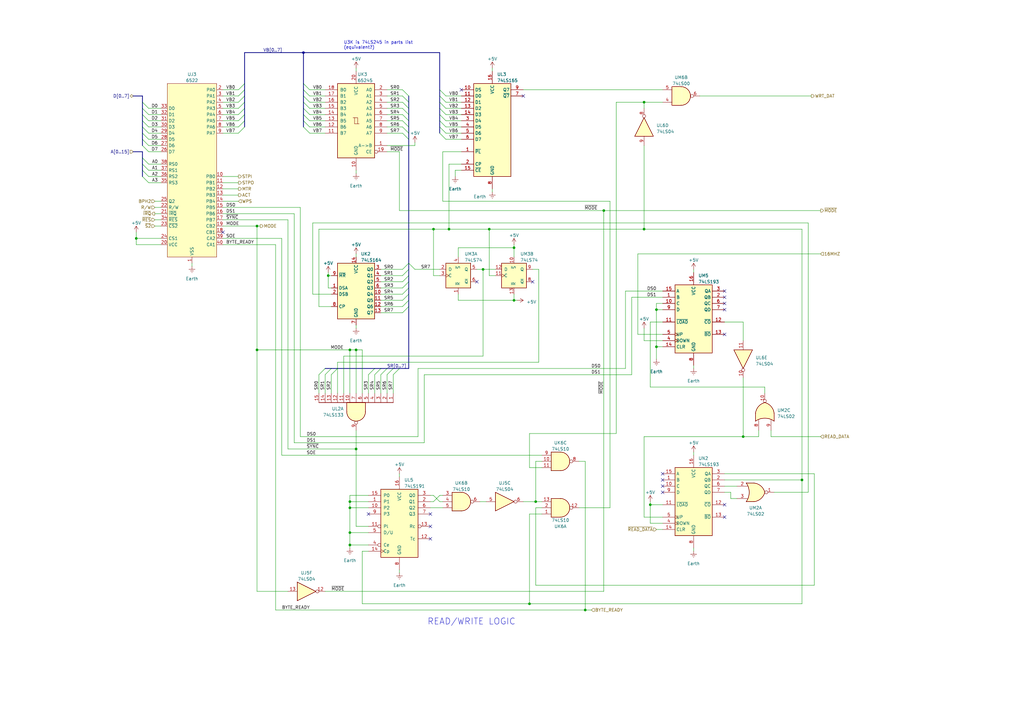
<source format=kicad_sch>
(kicad_sch (version 20230121) (generator eeschema)
  (paper "A3")
  (title_block (title "Read/Write Logic") (comment 1 "Schematic 203138") (comment 2 "PCB Assembly 2031040") (comment 4 "captured from original service manual by @rjhelms"))
  (junction (at 143.51 208.28))
  (junction (at 264.16 93.98))
  (junction (at 328.93 196.85))
  (junction (at 198.12 110.49))
  (junction (at 146.05 143.51))
  (junction (at 210.82 101.6))
  (junction (at 210.82 123.19))
  (junction (at 240.03 250.19))
  (junction (at 219.71 205.74))
  (junction (at 177.8 93.98))
  (junction (at 269.24 127))
  (junction (at 55.88 97.79))
  (junction (at 105.41 92.71))
  (junction (at 146.05 184.15))
  (junction (at 105.41 143.51))
  (junction (at 264.16 41.91))
  (junction (at 247.65 86.36))
  (junction (at 269.24 142.24))
  (junction (at 143.51 218.44))
  (junction (at 143.51 143.51))
  (junction (at 304.8 179.07))
  (junction (at 143.51 205.74))
  (junction (at 266.7 207.01))
  (junction (at 124.46 21.59))
  (junction (at 200.66 93.98))
  (junction (at 143.51 223.52))
  (junction (at 184.15 93.98))
  (junction (at 217.17 247.65))
  (junction (at 134.62 113.03))
  (no_connect (at 218.44 115.57))
  (no_connect (at 297.18 119.38))
  (no_connect (at 176.53 210.82))
  (no_connect (at 176.53 220.98))
  (no_connect (at 189.23 36.83))
  (no_connect (at 91.44 95.25))
  (no_connect (at 297.18 127))
  (no_connect (at 271.78 199.39))
  (no_connect (at 297.18 137.16))
  (no_connect (at 271.78 196.85))
  (no_connect (at 297.18 124.46))
  (no_connect (at 297.18 207.01))
  (no_connect (at 297.18 121.92))
  (no_connect (at 195.58 115.57))
  (no_connect (at 271.78 194.31))
  (no_connect (at 271.78 201.93))
  (no_connect (at 176.53 215.9))
  (no_connect (at 214.63 39.37))
  (no_connect (at 151.13 210.82))
  (no_connect (at 297.18 212.09))
  (bus_entry (at 58.42 64.77) (size 2.54 2.54))
  (bus_entry (at 58.42 72.39) (size 2.54 2.54))
  (bus_entry (at 58.42 54.61) (size 2.54 2.54))
  (bus_entry (at 97.79 36.83) (size 2.54 -2.54))
  (bus_entry (at 182.88 46.99) (size -2.54 -2.54))
  (bus_entry (at 182.88 57.15) (size -2.54 -2.54))
  (bus_entry (at 127 49.53) (size -2.54 -2.54))
  (bus_entry (at 133.35 153.67) (size 2.54 -2.54))
  (bus_entry (at 165.1 123.19) (size 2.54 -2.54))
  (bus_entry (at 151.13 153.67) (size 2.54 -2.54))
  (bus_entry (at 182.88 41.91) (size -2.54 -2.54))
  (bus_entry (at 165.1 36.83) (size 2.54 2.54))
  (bus_entry (at 165.1 118.11) (size 2.54 -2.54))
  (bus_entry (at 97.79 44.45) (size 2.54 -2.54))
  (bus_entry (at 127 39.37) (size -2.54 -2.54))
  (bus_entry (at 58.42 52.07) (size 2.54 2.54))
  (bus_entry (at 165.1 128.27) (size 2.54 -2.54))
  (bus_entry (at 127 52.07) (size -2.54 -2.54))
  (bus_entry (at 182.88 44.45) (size -2.54 -2.54))
  (bus_entry (at 97.79 41.91) (size 2.54 -2.54))
  (bus_entry (at 182.88 52.07) (size -2.54 -2.54))
  (bus_entry (at 58.42 41.91) (size 2.54 2.54))
  (bus_entry (at 165.1 52.07) (size 2.54 2.54))
  (bus_entry (at 165.1 46.99) (size 2.54 2.54))
  (bus_entry (at 97.79 49.53) (size 2.54 -2.54))
  (bus_entry (at 127 41.91) (size -2.54 -2.54))
  (bus_entry (at 127 46.99) (size -2.54 -2.54))
  (bus_entry (at 58.42 67.31) (size 2.54 2.54))
  (bus_entry (at 58.42 44.45) (size 2.54 2.54))
  (bus_entry (at 165.1 115.57) (size 2.54 -2.54))
  (bus_entry (at 161.29 153.67) (size 2.54 -2.54))
  (bus_entry (at 97.79 54.61) (size 2.54 -2.54))
  (bus_entry (at 97.79 52.07) (size 2.54 -2.54))
  (bus_entry (at 58.42 57.15) (size 2.54 2.54))
  (bus_entry (at 165.1 110.49) (size 2.54 -2.54))
  (bus_entry (at 97.79 39.37) (size 2.54 -2.54))
  (bus_entry (at 182.88 54.61) (size -2.54 -2.54))
  (bus_entry (at 165.1 41.91) (size 2.54 2.54))
  (bus_entry (at 156.21 153.67) (size 2.54 -2.54))
  (bus_entry (at 165.1 125.73) (size 2.54 -2.54))
  (bus_entry (at 182.88 49.53) (size -2.54 -2.54))
  (bus_entry (at 182.88 39.37) (size -2.54 -2.54))
  (bus_entry (at 165.1 49.53) (size 2.54 2.54))
  (bus_entry (at 58.42 59.69) (size 2.54 2.54))
  (bus_entry (at 58.42 49.53) (size 2.54 2.54))
  (bus_entry (at 97.79 46.99) (size 2.54 -2.54))
  (bus_entry (at 158.75 153.67) (size 2.54 -2.54))
  (bus_entry (at 165.1 44.45) (size 2.54 2.54))
  (bus_entry (at 58.42 46.99) (size 2.54 2.54))
  (bus_entry (at 127 54.61) (size -2.54 -2.54))
  (bus_entry (at 165.1 54.61) (size 2.54 2.54))
  (bus_entry (at 153.67 153.67) (size 2.54 -2.54))
  (bus_entry (at 165.1 120.65) (size 2.54 -2.54))
  (bus_entry (at 165.1 113.03) (size 2.54 -2.54))
  (bus_entry (at 165.1 39.37) (size 2.54 2.54))
  (bus_entry (at 127 36.83) (size -2.54 -2.54))
  (bus_entry (at 130.81 153.67) (size 2.54 -2.54))
  (bus_entry (at 127 44.45) (size -2.54 -2.54))
  (bus_entry (at 58.42 69.85) (size 2.54 2.54))
  (bus_entry (at 170.18 110.49) (size -2.54 -2.54))
  (bus_entry (at 135.89 153.67) (size 2.54 -2.54))
  (bus (pts (xy 180.34 44.45) (xy 180.34 46.99)))
  (wire (pts (xy 189.23 39.37) (xy 182.88 39.37)))
  (wire (pts (xy 217.17 191.77) (xy 217.17 177.8)))
  (wire (pts (xy 297.18 199.39) (xy 302.26 199.39)))
  (wire (pts (xy 151.13 161.29) (xy 151.13 153.67)))
  (wire (pts (xy 196.85 205.74) (xy 199.39 205.74)))
  (wire (pts (xy 133.35 242.57) (xy 247.65 242.57)))
  (wire (pts (xy 256.54 119.38) (xy 271.78 119.38)))
  (wire (pts (xy 115.57 186.69) (xy 222.25 186.69)))
  (wire (pts (xy 328.93 247.65) (xy 217.17 247.65)))
  (wire (pts (xy 143.51 223.52) (xy 143.51 224.79)))
  (wire (pts (xy 261.62 104.14) (xy 261.62 137.16)))
  (wire (pts (xy 269.24 127) (xy 271.78 127)))
  (wire (pts (xy 91.44 46.99) (xy 97.79 46.99)))
  (wire (pts (xy 60.96 54.61) (xy 66.04 54.61)))
  (wire (pts (xy 284.48 149.86) (xy 284.48 151.13)))
  (wire (pts (xy 115.57 97.79) (xy 115.57 186.69)))
  (wire (pts (xy 163.83 194.31) (xy 163.83 195.58)))
  (wire (pts (xy 176.53 203.2) (xy 177.8 203.2)))
  (wire (pts (xy 217.17 210.82) (xy 222.25 210.82)))
  (wire (pts (xy 264.16 139.7) (xy 264.16 134.62)))
  (wire (pts (xy 163.83 86.36) (xy 247.65 86.36)))
  (bus (pts (xy 180.34 46.99) (xy 180.34 49.53)))
  (wire (pts (xy 203.2 113.03) (xy 200.66 113.03)))
  (wire (pts (xy 299.72 201.93) (xy 299.72 204.47)))
  (wire (pts (xy 130.81 161.29) (xy 130.81 153.67)))
  (wire (pts (xy 60.96 44.45) (xy 66.04 44.45)))
  (wire (pts (xy 269.24 127) (xy 269.24 142.24)))
  (bus (pts (xy 138.43 151.13) (xy 153.67 151.13)))
  (wire (pts (xy 297.18 196.85) (xy 328.93 196.85)))
  (bus (pts (xy 167.64 39.37) (xy 167.64 41.91)))
  (bus (pts (xy 167.64 41.91) (xy 167.64 44.45)))
  (wire (pts (xy 133.35 44.45) (xy 127 44.45)))
  (wire (pts (xy 146.05 184.15) (xy 146.05 215.9)))
  (wire (pts (xy 189.23 49.53) (xy 182.88 49.53)))
  (bus (pts (xy 167.64 115.57) (xy 167.64 118.11)))
  (wire (pts (xy 158.75 54.61) (xy 165.1 54.61)))
  (wire (pts (xy 219.71 240.03) (xy 334.01 240.03)))
  (wire (pts (xy 171.45 151.13) (xy 256.54 151.13)))
  (wire (pts (xy 140.97 146.05) (xy 198.12 146.05)))
  (bus (pts (xy 167.64 46.99) (xy 167.64 49.53)))
  (wire (pts (xy 214.63 36.83) (xy 271.78 36.83)))
  (bus (pts (xy 100.33 46.99) (xy 100.33 44.45)))
  (wire (pts (xy 143.51 205.74) (xy 143.51 208.28)))
  (wire (pts (xy 189.23 69.85) (xy 186.69 69.85)))
  (bus (pts (xy 58.42 44.45) (xy 58.42 41.91)))
  (wire (pts (xy 264.16 212.09) (xy 271.78 212.09)))
  (wire (pts (xy 153.67 161.29) (xy 153.67 153.67)))
  (wire (pts (xy 198.12 110.49) (xy 198.12 146.05)))
  (wire (pts (xy 128.27 120.65) (xy 128.27 91.44)))
  (wire (pts (xy 78.74 107.95) (xy 78.74 109.22)))
  (wire (pts (xy 259.08 121.92) (xy 271.78 121.92)))
  (bus (pts (xy 156.21 151.13) (xy 158.75 151.13)))
  (bus (pts (xy 124.46 21.59) (xy 124.46 34.29)))
  (wire (pts (xy 171.45 179.07) (xy 171.45 151.13)))
  (wire (pts (xy 180.34 113.03) (xy 177.8 113.03)))
  (wire (pts (xy 60.96 62.23) (xy 66.04 62.23)))
  (bus (pts (xy 100.33 21.59) (xy 124.46 21.59)))
  (wire (pts (xy 217.17 247.65) (xy 217.17 210.82)))
  (wire (pts (xy 269.24 124.46) (xy 269.24 127)))
  (bus (pts (xy 180.34 39.37) (xy 180.34 41.91)))
  (bus (pts (xy 180.34 52.07) (xy 180.34 54.61)))
  (wire (pts (xy 189.23 52.07) (xy 182.88 52.07)))
  (wire (pts (xy 138.43 161.29) (xy 138.43 151.13)))
  (bus (pts (xy 167.64 120.65) (xy 167.64 123.19)))
  (wire (pts (xy 304.8 154.94) (xy 304.8 179.07)))
  (wire (pts (xy 187.96 123.19) (xy 210.82 123.19)))
  (bus (pts (xy 180.34 36.83) (xy 180.34 39.37)))
  (wire (pts (xy 173.99 153.67) (xy 259.08 153.67)))
  (wire (pts (xy 134.62 113.03) (xy 135.89 113.03)))
  (wire (pts (xy 130.81 93.98) (xy 177.8 93.98)))
  (wire (pts (xy 210.82 100.33) (xy 210.82 101.6)))
  (wire (pts (xy 266.7 132.08) (xy 266.7 158.75)))
  (wire (pts (xy 123.19 179.07) (xy 171.45 179.07)))
  (wire (pts (xy 177.8 113.03) (xy 177.8 93.98)))
  (wire (pts (xy 146.05 176.53) (xy 146.05 184.15)))
  (wire (pts (xy 91.44 54.61) (xy 97.79 54.61)))
  (bus (pts (xy 167.64 123.19) (xy 167.64 125.73)))
  (bus (pts (xy 167.64 49.53) (xy 167.64 52.07)))
  (wire (pts (xy 158.75 41.91) (xy 165.1 41.91)))
  (wire (pts (xy 146.05 104.14) (xy 146.05 105.41)))
  (wire (pts (xy 269.24 142.24) (xy 269.24 147.32)))
  (wire (pts (xy 259.08 153.67) (xy 259.08 121.92)))
  (bus (pts (xy 167.64 125.73) (xy 167.64 151.13)))
  (wire (pts (xy 60.96 67.31) (xy 66.04 67.31)))
  (wire (pts (xy 210.82 123.19) (xy 210.82 120.65)))
  (wire (pts (xy 313.69 158.75) (xy 313.69 161.29)))
  (wire (pts (xy 63.5 85.09) (xy 66.04 85.09)))
  (wire (pts (xy 60.96 49.53) (xy 66.04 49.53)))
  (wire (pts (xy 189.23 57.15) (xy 182.88 57.15)))
  (wire (pts (xy 91.44 41.91) (xy 97.79 41.91)))
  (bus (pts (xy 58.42 46.99) (xy 58.42 44.45)))
  (wire (pts (xy 170.18 110.49) (xy 180.34 110.49)))
  (wire (pts (xy 250.19 82.55) (xy 181.61 82.55)))
  (wire (pts (xy 328.93 196.85) (xy 328.93 247.65)))
  (wire (pts (xy 135.89 125.73) (xy 130.81 125.73)))
  (wire (pts (xy 201.93 77.47) (xy 201.93 78.74)))
  (wire (pts (xy 63.5 87.63) (xy 66.04 87.63)))
  (bus (pts (xy 100.33 44.45) (xy 100.33 41.91)))
  (wire (pts (xy 195.58 110.49) (xy 198.12 110.49)))
  (wire (pts (xy 156.21 115.57) (xy 165.1 115.57)))
  (wire (pts (xy 148.59 226.06) (xy 148.59 247.65)))
  (wire (pts (xy 156.21 125.73) (xy 165.1 125.73)))
  (wire (pts (xy 297.18 132.08) (xy 304.8 132.08)))
  (wire (pts (xy 170.18 59.69) (xy 158.75 59.69)))
  (wire (pts (xy 304.8 179.07) (xy 264.16 179.07)))
  (wire (pts (xy 266.7 205.74) (xy 266.7 207.01)))
  (wire (pts (xy 91.44 36.83) (xy 97.79 36.83)))
  (wire (pts (xy 284.48 224.79) (xy 284.48 226.06)))
  (wire (pts (xy 91.44 49.53) (xy 97.79 49.53)))
  (wire (pts (xy 134.62 111.76) (xy 134.62 113.03)))
  (wire (pts (xy 156.21 161.29) (xy 156.21 153.67)))
  (wire (pts (xy 55.88 100.33) (xy 66.04 100.33)))
  (wire (pts (xy 187.96 105.41) (xy 187.96 101.6)))
  (bus (pts (xy 58.42 72.39) (xy 58.42 69.85)))
  (wire (pts (xy 158.75 36.83) (xy 165.1 36.83)))
  (wire (pts (xy 201.93 27.94) (xy 201.93 29.21)))
  (bus (pts (xy 133.35 151.13) (xy 135.89 151.13)))
  (wire (pts (xy 63.5 90.17) (xy 66.04 90.17)))
  (wire (pts (xy 189.23 46.99) (xy 182.88 46.99)))
  (wire (pts (xy 181.61 82.55) (xy 181.61 62.23)))
  (wire (pts (xy 247.65 86.36) (xy 247.65 242.57)))
  (wire (pts (xy 91.44 77.47) (xy 97.79 77.47)))
  (bus (pts (xy 163.83 151.13) (xy 167.64 151.13)))
  (wire (pts (xy 187.96 120.65) (xy 187.96 123.19)))
  (wire (pts (xy 91.44 80.01) (xy 97.79 80.01)))
  (wire (pts (xy 113.03 250.19) (xy 240.03 250.19)))
  (bus (pts (xy 58.42 41.91) (xy 58.42 39.37)))
  (bus (pts (xy 124.46 39.37) (xy 124.46 36.83)))
  (bus (pts (xy 167.64 54.61) (xy 167.64 57.15)))
  (wire (pts (xy 261.62 104.14) (xy 336.55 104.14)))
  (wire (pts (xy 158.75 161.29) (xy 158.75 153.67)))
  (wire (pts (xy 143.51 143.51) (xy 146.05 143.51)))
  (wire (pts (xy 271.78 214.63) (xy 266.7 214.63)))
  (bus (pts (xy 58.42 54.61) (xy 58.42 52.07)))
  (wire (pts (xy 91.44 39.37) (xy 97.79 39.37)))
  (wire (pts (xy 219.71 205.74) (xy 222.25 205.74)))
  (bus (pts (xy 167.64 107.95) (xy 167.64 110.49)))
  (wire (pts (xy 156.21 123.19) (xy 165.1 123.19)))
  (wire (pts (xy 161.29 161.29) (xy 161.29 153.67)))
  (wire (pts (xy 143.51 208.28) (xy 151.13 208.28)))
  (wire (pts (xy 180.34 203.2) (xy 181.61 203.2)))
  (wire (pts (xy 222.25 208.28) (xy 219.71 208.28)))
  (bus (pts (xy 124.46 52.07) (xy 124.46 49.53)))
  (wire (pts (xy 311.15 179.07) (xy 311.15 176.53)))
  (wire (pts (xy 143.51 218.44) (xy 151.13 218.44)))
  (wire (pts (xy 133.35 52.07) (xy 127 52.07)))
  (wire (pts (xy 60.96 74.93) (xy 66.04 74.93)))
  (wire (pts (xy 105.41 92.71) (xy 105.41 143.51)))
  (bus (pts (xy 100.33 41.91) (xy 100.33 39.37)))
  (wire (pts (xy 180.34 205.74) (xy 181.61 205.74)))
  (bus (pts (xy 124.46 44.45) (xy 124.46 41.91)))
  (wire (pts (xy 143.51 203.2) (xy 143.51 205.74)))
  (wire (pts (xy 91.44 72.39) (xy 97.79 72.39)))
  (wire (pts (xy 264.16 41.91) (xy 264.16 44.45)))
  (bus (pts (xy 167.64 57.15) (xy 167.64 107.95)))
  (wire (pts (xy 128.27 91.44) (xy 331.47 91.44)))
  (wire (pts (xy 156.21 113.03) (xy 165.1 113.03)))
  (wire (pts (xy 177.8 203.2) (xy 180.34 205.74)))
  (wire (pts (xy 91.44 52.07) (xy 97.79 52.07)))
  (bus (pts (xy 100.33 36.83) (xy 100.33 34.29)))
  (bus (pts (xy 158.75 151.13) (xy 161.29 151.13)))
  (wire (pts (xy 180.34 203.2) (xy 177.8 205.74)))
  (wire (pts (xy 271.78 124.46) (xy 269.24 124.46)))
  (wire (pts (xy 163.83 62.23) (xy 163.83 86.36)))
  (wire (pts (xy 328.93 93.98) (xy 264.16 93.98)))
  (wire (pts (xy 55.88 95.25) (xy 55.88 97.79)))
  (bus (pts (xy 167.64 113.03) (xy 167.64 115.57)))
  (wire (pts (xy 105.41 143.51) (xy 105.41 242.57)))
  (wire (pts (xy 123.19 179.07) (xy 123.19 85.09)))
  (wire (pts (xy 200.66 93.98) (xy 200.66 113.03)))
  (wire (pts (xy 118.11 90.17) (xy 118.11 184.15)))
  (wire (pts (xy 284.48 110.49) (xy 284.48 111.76)))
  (bus (pts (xy 135.89 151.13) (xy 138.43 151.13)))
  (wire (pts (xy 210.82 123.19) (xy 212.09 123.19)))
  (bus (pts (xy 124.46 49.53) (xy 124.46 46.99)))
  (wire (pts (xy 158.75 39.37) (xy 165.1 39.37)))
  (wire (pts (xy 250.19 82.55) (xy 250.19 208.28)))
  (wire (pts (xy 198.12 110.49) (xy 203.2 110.49)))
  (wire (pts (xy 220.98 110.49) (xy 220.98 148.59)))
  (wire (pts (xy 219.71 189.23) (xy 222.25 189.23)))
  (wire (pts (xy 158.75 44.45) (xy 165.1 44.45)))
  (wire (pts (xy 247.65 86.36) (xy 336.55 86.36)))
  (wire (pts (xy 284.48 185.42) (xy 284.48 186.69)))
  (bus (pts (xy 58.42 52.07) (xy 58.42 49.53)))
  (wire (pts (xy 189.23 54.61) (xy 182.88 54.61)))
  (wire (pts (xy 133.35 46.99) (xy 127 46.99)))
  (bus (pts (xy 167.64 44.45) (xy 167.64 46.99)))
  (wire (pts (xy 218.44 110.49) (xy 220.98 110.49)))
  (wire (pts (xy 200.66 93.98) (xy 264.16 93.98)))
  (bus (pts (xy 124.46 36.83) (xy 124.46 34.29)))
  (wire (pts (xy 134.62 113.03) (xy 134.62 118.11)))
  (bus (pts (xy 153.67 151.13) (xy 156.21 151.13)))
  (wire (pts (xy 120.65 181.61) (xy 173.99 181.61)))
  (wire (pts (xy 184.15 93.98) (xy 200.66 93.98)))
  (wire (pts (xy 181.61 62.23) (xy 189.23 62.23)))
  (wire (pts (xy 60.96 52.07) (xy 66.04 52.07)))
  (wire (pts (xy 156.21 128.27) (xy 165.1 128.27)))
  (wire (pts (xy 105.41 92.71) (xy 106.68 92.71)))
  (wire (pts (xy 252.73 41.91) (xy 252.73 177.8)))
  (wire (pts (xy 297.18 194.31) (xy 334.01 194.31)))
  (wire (pts (xy 237.49 208.28) (xy 250.19 208.28)))
  (wire (pts (xy 148.59 247.65) (xy 217.17 247.65)))
  (wire (pts (xy 176.53 205.74) (xy 177.8 205.74)))
  (wire (pts (xy 186.69 69.85) (xy 186.69 72.39)))
  (wire (pts (xy 328.93 196.85) (xy 328.93 93.98)))
  (wire (pts (xy 133.35 49.53) (xy 127 49.53)))
  (wire (pts (xy 138.43 148.59) (xy 220.98 148.59)))
  (wire (pts (xy 135.89 120.65) (xy 128.27 120.65)))
  (wire (pts (xy 133.35 41.91) (xy 127 41.91)))
  (bus (pts (xy 180.34 41.91) (xy 180.34 44.45)))
  (wire (pts (xy 146.05 69.85) (xy 146.05 71.12)))
  (wire (pts (xy 158.75 62.23) (xy 163.83 62.23)))
  (wire (pts (xy 146.05 133.35) (xy 146.05 134.62)))
  (wire (pts (xy 187.96 101.6) (xy 210.82 101.6)))
  (wire (pts (xy 151.13 205.74) (xy 143.51 205.74)))
  (wire (pts (xy 156.21 110.49) (xy 165.1 110.49)))
  (bus (pts (xy 54.61 62.23) (xy 58.42 62.23)))
  (wire (pts (xy 184.15 67.31) (xy 184.15 93.98)))
  (wire (pts (xy 134.62 118.11) (xy 135.89 118.11)))
  (wire (pts (xy 264.16 59.69) (xy 264.16 93.98)))
  (bus (pts (xy 167.64 52.07) (xy 167.64 54.61)))
  (wire (pts (xy 135.89 161.29) (xy 135.89 153.67)))
  (wire (pts (xy 158.75 46.99) (xy 165.1 46.99)))
  (wire (pts (xy 143.51 223.52) (xy 151.13 223.52)))
  (wire (pts (xy 266.7 158.75) (xy 313.69 158.75)))
  (bus (pts (xy 100.33 52.07) (xy 100.33 49.53)))
  (wire (pts (xy 133.35 54.61) (xy 127 54.61)))
  (wire (pts (xy 219.71 208.28) (xy 219.71 240.03)))
  (wire (pts (xy 91.44 44.45) (xy 97.79 44.45)))
  (wire (pts (xy 146.05 215.9) (xy 151.13 215.9)))
  (wire (pts (xy 177.8 93.98) (xy 184.15 93.98)))
  (bus (pts (xy 58.42 67.31) (xy 58.42 64.77)))
  (wire (pts (xy 63.5 82.55) (xy 66.04 82.55)))
  (wire (pts (xy 240.03 189.23) (xy 240.03 250.19)))
  (wire (pts (xy 143.51 208.28) (xy 143.51 218.44)))
  (wire (pts (xy 269.24 142.24) (xy 271.78 142.24)))
  (wire (pts (xy 264.16 41.91) (xy 271.78 41.91)))
  (wire (pts (xy 237.49 189.23) (xy 240.03 189.23)))
  (bus (pts (xy 58.42 59.69) (xy 58.42 57.15)))
  (bus (pts (xy 58.42 64.77) (xy 58.42 62.23)))
  (wire (pts (xy 299.72 204.47) (xy 302.26 204.47)))
  (wire (pts (xy 316.23 176.53) (xy 316.23 179.07)))
  (wire (pts (xy 304.8 132.08) (xy 304.8 139.7)))
  (wire (pts (xy 60.96 72.39) (xy 66.04 72.39)))
  (wire (pts (xy 266.7 214.63) (xy 266.7 207.01)))
  (wire (pts (xy 91.44 87.63) (xy 120.65 87.63)))
  (wire (pts (xy 120.65 87.63) (xy 120.65 181.61)))
  (wire (pts (xy 91.44 100.33) (xy 113.03 100.33)))
  (wire (pts (xy 266.7 207.01) (xy 271.78 207.01)))
  (wire (pts (xy 189.23 41.91) (xy 182.88 41.91)))
  (bus (pts (xy 124.46 46.99) (xy 124.46 44.45)))
  (wire (pts (xy 113.03 100.33) (xy 113.03 250.19)))
  (wire (pts (xy 133.35 36.83) (xy 127 36.83)))
  (bus (pts (xy 167.64 118.11) (xy 167.64 120.65)))
  (wire (pts (xy 304.8 179.07) (xy 311.15 179.07)))
  (wire (pts (xy 143.51 143.51) (xy 143.51 161.29)))
  (bus (pts (xy 54.61 39.37) (xy 58.42 39.37)))
  (wire (pts (xy 105.41 143.51) (xy 143.51 143.51)))
  (wire (pts (xy 143.51 203.2) (xy 151.13 203.2)))
  (bus (pts (xy 180.34 21.59) (xy 180.34 36.83)))
  (wire (pts (xy 143.51 218.44) (xy 143.51 223.52)))
  (wire (pts (xy 264.16 179.07) (xy 264.16 212.09)))
  (wire (pts (xy 133.35 39.37) (xy 127 39.37)))
  (wire (pts (xy 146.05 27.94) (xy 146.05 29.21)))
  (bus (pts (xy 167.64 110.49) (xy 167.64 113.03)))
  (bus (pts (xy 161.29 151.13) (xy 163.83 151.13)))
  (bus (pts (xy 100.33 39.37) (xy 100.33 36.83)))
  (wire (pts (xy 60.96 46.99) (xy 66.04 46.99)))
  (wire (pts (xy 91.44 90.17) (xy 118.11 90.17)))
  (bus (pts (xy 58.42 69.85) (xy 58.42 67.31)))
  (wire (pts (xy 252.73 41.91) (xy 264.16 41.91)))
  (wire (pts (xy 158.75 49.53) (xy 165.1 49.53)))
  (wire (pts (xy 189.23 44.45) (xy 182.88 44.45)))
  (wire (pts (xy 148.59 161.29) (xy 148.59 143.51)))
  (wire (pts (xy 217.17 177.8) (xy 252.73 177.8)))
  (wire (pts (xy 91.44 92.71) (xy 105.41 92.71)))
  (wire (pts (xy 287.02 39.37) (xy 332.74 39.37)))
  (wire (pts (xy 331.47 91.44) (xy 331.47 201.93)))
  (wire (pts (xy 133.35 161.29) (xy 133.35 153.67)))
  (wire (pts (xy 163.83 233.68) (xy 163.83 234.95)))
  (wire (pts (xy 156.21 120.65) (xy 165.1 120.65)))
  (bus (pts (xy 58.42 57.15) (xy 58.42 54.61)))
  (bus (pts (xy 100.33 21.59) (xy 100.33 34.29)))
  (wire (pts (xy 60.96 57.15) (xy 66.04 57.15)))
  (wire (pts (xy 217.17 191.77) (xy 222.25 191.77)))
  (wire (pts (xy 55.88 97.79) (xy 55.88 100.33)))
  (wire (pts (xy 91.44 97.79) (xy 115.57 97.79)))
  (wire (pts (xy 271.78 139.7) (xy 264.16 139.7)))
  (wire (pts (xy 63.5 92.71) (xy 66.04 92.71)))
  (wire (pts (xy 210.82 101.6) (xy 210.82 105.41)))
  (bus (pts (xy 180.34 49.53) (xy 180.34 52.07)))
  (wire (pts (xy 146.05 143.51) (xy 146.05 161.29)))
  (wire (pts (xy 105.41 242.57) (xy 118.11 242.57)))
  (wire (pts (xy 146.05 143.51) (xy 148.59 143.51)))
  (wire (pts (xy 91.44 82.55) (xy 97.79 82.55)))
  (wire (pts (xy 138.43 151.13) (xy 138.43 148.59)))
  (wire (pts (xy 91.44 74.93) (xy 97.79 74.93)))
  (wire (pts (xy 271.78 132.08) (xy 266.7 132.08)))
  (bus (pts (xy 124.46 41.91) (xy 124.46 39.37)))
  (wire (pts (xy 219.71 189.23) (xy 219.71 205.74)))
  (wire (pts (xy 118.11 184.15) (xy 146.05 184.15)))
  (wire (pts (xy 170.18 58.42) (xy 170.18 59.69)))
  (wire (pts (xy 158.75 52.07) (xy 165.1 52.07)))
  (wire (pts (xy 176.53 208.28) (xy 181.61 208.28)))
  (bus (pts (xy 100.33 49.53) (xy 100.33 46.99)))
  (wire (pts (xy 316.23 179.07) (xy 336.55 179.07)))
  (wire (pts (xy 271.78 137.16) (xy 261.62 137.16)))
  (wire (pts (xy 334.01 194.31) (xy 334.01 240.03)))
  (bus (pts (xy 124.46 21.59) (xy 180.34 21.59)))
  (wire (pts (xy 156.21 118.11) (xy 165.1 118.11)))
  (wire (pts (xy 214.63 205.74) (xy 219.71 205.74)))
  (wire (pts (xy 140.97 161.29) (xy 140.97 146.05)))
  (wire (pts (xy 55.88 97.79) (xy 66.04 97.79)))
  (wire (pts (xy 297.18 201.93) (xy 299.72 201.93)))
  (wire (pts (xy 240.03 250.19) (xy 242.57 250.19)))
  (wire (pts (xy 130.81 125.73) (xy 130.81 93.98)))
  (wire (pts (xy 91.44 85.09) (xy 123.19 85.09)))
  (wire (pts (xy 189.23 67.31) (xy 184.15 67.31)))
  (wire (pts (xy 331.47 201.93) (xy 317.5 201.93)))
  (wire (pts (xy 60.96 69.85) (xy 66.04 69.85)))
  (wire (pts (xy 60.96 59.69) (xy 66.04 59.69)))
  (bus (pts (xy 58.42 49.53) (xy 58.42 46.99)))
  (wire (pts (xy 269.24 217.17) (xy 271.78 217.17)))
  (wire (pts (xy 151.13 226.06) (xy 148.59 226.06)))
  (wire (pts (xy 173.99 181.61) (xy 173.99 153.67)))
  (wire (pts (xy 256.54 151.13) (xy 256.54 119.38)))
  (text "U3K is 74LS245 in parts list\n(equivalent?)" (at 140.97 20.32 0) (effects (font (size 1.27 1.27)) (justify left bottom)))
  (text "READ/WRITE LOGIC" (at 175.26 256.54 0) (effects (font (size 2.54 2.54)) (justify left bottom)))
  (label "VB1" (at 92.71 39.37 0))
  (label "SR4" (at 160.02 46.99 0))
  (label "SR5" (at 156.21 160.02 90))
  (label "SOE" (at 125.73 186.69 0))
  (label "~{SYNC}" (at 125.73 184.15 0))
  (label "BYTE_READY" (at 115.57 250.19 0))
  (label "SR7" (at 161.29 160.02 90))
  (label "SR3" (at 151.13 160.02 90))
  (label "VB7" (at 187.96 57.15 180))
  (label "VB6" (at 92.71 52.07 0))
  (label "VB4" (at 92.71 46.99 0))
  (label "VB6" (at 187.96 54.61 180))
  (label "D1" (at 64.77 46.99 180))
  (label "VB7" (at 132.08 54.61 180))
  (label "VB4" (at 187.96 49.53 180))
  (label "VB3" (at 132.08 44.45 180))
  (label "D2" (at 64.77 49.53 180))
  (label "SR7" (at 176.53 110.49 180))
  (label "D0" (at 64.77 44.45 180))
  (label "VB2" (at 132.08 41.91 180))
  (label "VB[0..7]" (at 107.95 21.59 0))
  (label "VB1" (at 132.08 39.37 180))
  (label "~{MODE}" (at 245.11 86.36 180))
  (label "DS0" (at 269.24 119.38 180))
  (label "DS0" (at 125.73 179.07 0))
  (label "DS1" (at 125.73 181.61 0))
  (label "VB5" (at 187.96 52.07 180))
  (label "BYTE_READY" (at 92.71 100.33 0))
  (label "DS1" (at 92.71 87.63 0))
  (label "SR2" (at 135.89 160.02 90))
  (label "VB3" (at 92.71 44.45 0))
  (label "SR6" (at 157.48 125.73 0))
  (label "VB4" (at 132.08 46.99 180))
  (label "SR1" (at 133.35 160.02 90))
  (label "SR1" (at 157.48 113.03 0))
  (label "~{MODE}" (at 160.02 62.23 0))
  (label "SR3" (at 160.02 44.45 0))
  (label "A0" (at 64.77 67.31 180))
  (label "VB2" (at 92.71 41.91 0))
  (label "SR7" (at 160.02 54.61 0))
  (label "SR3" (at 157.48 118.11 0))
  (label "VB0" (at 132.08 36.83 180))
  (label "SR6" (at 158.75 160.02 90))
  (label "MODE" (at 92.71 92.71 0))
  (label "~{MODE}" (at 135.89 242.57 0))
  (label "SR0" (at 160.02 36.83 0))
  (label "SR1" (at 160.02 39.37 0))
  (label "VB0" (at 92.71 36.83 0))
  (label "D4" (at 64.77 54.61 180))
  (label "SR4" (at 157.48 120.65 0))
  (label "~{MODE}" (at 247.65 156.21 270))
  (label "SR5" (at 157.48 123.19 0))
  (label "MODE" (at 140.97 143.51 180))
  (label "SR5" (at 160.02 49.53 0))
  (label "A1" (at 64.77 69.85 180))
  (label "VB2" (at 187.96 44.45 180))
  (label "DS1" (at 269.24 121.92 180))
  (label "A2" (at 64.77 72.39 180))
  (label "D7" (at 64.77 62.23 180))
  (label "DS1" (at 246.38 153.67 180))
  (label "SOE" (at 92.71 97.79 0))
  (label "VB3" (at 187.96 46.99 180))
  (label "SR7" (at 157.48 128.27 0))
  (label "VB5" (at 132.08 49.53 180))
  (label "A3" (at 64.77 74.93 180))
  (label "SR2" (at 157.48 115.57 0))
  (label "VB7" (at 92.71 54.61 0))
  (label "D3" (at 64.77 52.07 180))
  (label "VB5" (at 92.71 49.53 0))
  (label "DS0" (at 246.38 151.13 180))
  (label "~{SYNC}" (at 92.71 90.17 0))
  (label "VB0" (at 187.96 39.37 180))
  (label "SR0" (at 157.48 110.49 0))
  (label "SR6" (at 160.02 52.07 0))
  (label "SR2" (at 160.02 41.91 0))
  (label "DS0" (at 92.71 85.09 0))
  (label "VB1" (at 187.96 41.91 180))
  (label "SR0" (at 130.81 160.02 90))
  (label "SR[0..7]" (at 158.75 151.13 0))
  (label "D6" (at 64.77 59.69 180))
  (label "SR4" (at 153.67 160.02 90))
  (label "VB6" (at 132.08 52.07 180))
  (label "D5" (at 64.77 57.15 180))
  (hierarchical_label "~{MODE}" (shape output) (at 336.55 86.36 0))
  (hierarchical_label "BYTE_READY" (shape input) (at 242.57 250.19 0))
  (hierarchical_label "WRT_DAT" (shape output) (at 332.74 39.37 0))
  (hierarchical_label "16MHZ" (shape input) (at 336.55 104.14 0))
  (hierarchical_label "STPI" (shape output) (at 97.79 72.39 0))
  (hierarchical_label "~{READ_DATA}" (shape input) (at 269.24 217.17 180))
  (hierarchical_label "~{S2}" (shape input) (at 63.5 92.71 180))
  (hierarchical_label "ACT" (shape output) (at 97.79 80.01 0))
  (hierarchical_label "MTR" (shape output) (at 97.79 77.47 0))
  (hierarchical_label "R{slash}W" (shape input) (at 63.5 85.09 180))
  (hierarchical_label "A[0..15]" (shape input) (at 54.61 62.23 180))
  (hierarchical_label "~{RES}" (shape input) (at 63.5 90.17 180))
  (hierarchical_label "~{IRQ}" (shape output) (at 63.5 87.63 180))
  (hierarchical_label "D[0..7]" (shape tri_state) (at 54.61 39.37 180))
  (hierarchical_label "WPS" (shape input) (at 97.79 82.55 0))
  (hierarchical_label "BPH2" (shape input) (at 63.5 82.55 180))
  (hierarchical_label "STPO" (shape output) (at 97.79 74.93 0))
  (hierarchical_label "READ_DATA" (shape input) (at 336.55 179.07 0))
  (hierarchical_label "MODE" (shape output) (at 106.68 92.71 0))
  (symbol (lib_id "74xx:74LS04") (at 264.16 52.07 90) (unit 4)
    (property "Reference" "UL6" (at 269.24 51.435 90) (effects (justify right)))
    (property "Value" "74LS04" (at 269.24 53.975 90) (effects (justify right)))
    (property "Datasheet" "http://www.ti.com/lit/gpn/sn74LS04" (effects hide))
  )
  (symbol (lib_id "power:+5V") (at 284.48 185.42 0) (unit 1)
    (property "Reference" "#PWR020" (effects hide))
    (property "Value" "+5V" (at 284.48 181.61 0))
  )
  (symbol (lib_id "Commodore-2031:6522") (at 78.74 69.85 0) (unit 1)
    (property "Reference" "UJ3" (at 78.74 30.48 0))
    (property "Value" "6522" (at 78.74 33.02 0))
  )
  (symbol (lib_id "74xx:74LS193") (at 284.48 129.54 0) (unit 1)
    (property "Reference" "UM5" (at 286.4359 113.03 0) (effects (justify left)))
    (property "Value" "74LS193" (at 286.4359 115.57 0) (effects (justify left)))
    (property "Datasheet" "http://www.ti.com/lit/ds/symlink/sn74ls193.pdf" (effects hide))
  )
  (symbol (lib_id "74xx:74LS74") (at 187.96 113.03 0) (unit 1)
    (property "Reference" "UM3" (at 190.5255 104.14 0) (effects (justify left)))
    (property "Value" "74LS74" (at 190.5255 106.68 0) (effects (justify left)))
    (property "Datasheet" "74xx/74hc_hct74.pdf" (effects hide))
  )
  (symbol (lib_id "power:Earth") (at 269.24 147.32 0) (unit 1)
    (property "Reference" "#PWR015" (effects hide))
    (property "Value" "GND" (at 269.24 152.4 0))
  )
  (symbol (lib_id "74xx:74LS04") (at 304.8 147.32 270) (unit 5)
    (property "Reference" "UL6" (at 309.88 146.685 90) (effects (justify left)))
    (property "Value" "74LS04" (at 309.88 149.225 90) (effects (justify left)))
    (property "Datasheet" "http://www.ti.com/lit/gpn/sn74LS04" (effects hide))
  )
  (symbol (lib_id "power:+5V") (at 210.82 100.33 0) (unit 1)
    (property "Reference" "#PWR013" (effects hide))
    (property "Value" "+5V" (at 210.82 96.52 0))
  )
  (symbol (lib_id "74xx:74LS165") (at 201.93 52.07 0) (unit 1)
    (property "Reference" "UL3" (at 203.8859 30.48 0) (effects (justify left)))
    (property "Value" "74LS165" (at 203.8859 33.02 0) (effects (justify left)))
    (property "Datasheet" "https://www.ti.com/lit/ds/symlink/sn74ls165a.pdf" (effects hide))
  )
  (symbol (lib_id "74xx:74LS04") (at 207.01 205.74 0) (unit 3)
    (property "Reference" "UJ5" (at 207.01 198.12 0))
    (property "Value" "74LS04" (at 207.01 200.66 0))
    (property "Datasheet" "http://www.ti.com/lit/gpn/sn74LS04" (effects hide))
  )
  (symbol (lib_id "power:+5V") (at 201.93 27.94 0) (unit 1)
    (property "Reference" "#PWR035" (effects hide))
    (property "Value" "+5V" (at 201.93 24.13 0))
  )
  (symbol (lib_id "74xx:74HC245") (at 146.05 49.53 0) (mirror y) (unit 1)
    (property "Reference" "UK3" (at 146.6341 30.48 0) (effects (justify right)))
    (property "Value" "65245" (at 146.6341 33.02 0) (effects (justify right)))
  )
  (symbol (lib_id "power:+5V") (at 170.18 58.42 0) (unit 1)
    (property "Reference" "#PWR05" (effects hide))
    (property "Value" "+5V" (at 170.18 54.61 0))
  )
  (symbol (lib_id "power:+5V") (at 146.05 27.94 0) (unit 1)
    (property "Reference" "#PWR03" (effects hide))
    (property "Value" "+5V" (at 146.05 24.13 0))
  )
  (symbol (lib_id "74xx:74LS04") (at 125.73 242.57 0) (unit 6)
    (property "Reference" "UJ5" (at 125.73 234.95 0))
    (property "Value" "74LS04" (at 125.73 237.49 0))
    (property "Datasheet" "http://www.ti.com/lit/gpn/sn74LS04" (effects hide))
  )
  (symbol (lib_id "74xx:74LS74") (at 210.82 113.03 0) (unit 2)
    (property "Reference" "UM3" (at 213.3855 104.14 0) (effects (justify left)))
    (property "Value" "74LS74" (at 213.3855 106.68 0) (effects (justify left)))
    (property "Datasheet" "74xx/74hc_hct74.pdf" (effects hide))
  )
  (symbol (lib_id "power:Earth") (at 146.05 71.12 0) (unit 1)
    (property "Reference" "#PWR04" (effects hide))
    (property "Value" "GND" (at 146.05 76.2 0))
  )
  (symbol (lib_id "74xx:74LS10") (at 229.87 208.28 0) (mirror x) (unit 1)
    (property "Reference" "UK6" (at 229.8617 215.9 0))
    (property "Value" "74LS10" (at 229.8617 213.36 0))
    (property "Datasheet" "http://www.ti.com/lit/gpn/sn74LS10" (effects hide))
  )
  (symbol (lib_id "power:Earth") (at 143.51 224.79 0) (unit 1)
    (property "Reference" "#PWR053" (effects hide))
    (property "Value" "GND" (at 143.51 229.87 0))
  )
  (symbol (lib_id "power:+5V") (at 55.88 95.25 0) (unit 1)
    (property "Reference" "#PWR01" (effects hide))
    (property "Value" "+5V" (at 55.88 91.44 0))
  )
  (symbol (lib_id "power:Earth") (at 284.48 151.13 0) (unit 1)
    (property "Reference" "#PWR016" (effects hide))
    (property "Value" "GND" (at 284.48 156.21 0))
  )
  (symbol (lib_id "power:Earth") (at 163.83 234.95 0) (unit 1)
    (property "Reference" "#PWR012" (effects hide))
    (property "Value" "GND" (at 163.83 240.03 0))
  )
  (symbol (lib_id "74xx:74LS133") (at 146.05 168.91 270) (unit 1)
    (property "Reference" "UL2" (at 140.97 167.64 90) (effects (justify right)))
    (property "Value" "74LS133" (at 140.97 170.18 90) (effects (justify right)))
    (property "Datasheet" "http://www.ti.com/lit/gpn/sn74LS133" (effects hide))
  )
  (symbol (lib_id "74xx:74LS191") (at 163.83 213.36 0) (unit 1)
    (property "Reference" "UL5" (at 165.7859 196.85 0) (effects (justify left)))
    (property "Value" "74LS191" (at 165.7859 199.39 0) (effects (justify left)))
    (property "Datasheet" "http://www.ti.com/lit/gpn/sn74LS191" (effects hide))
  )
  (symbol (lib_id "power:Earth") (at 146.05 134.62 0) (unit 1)
    (property "Reference" "#PWR010" (effects hide))
    (property "Value" "GND" (at 146.05 139.7 0))
  )
  (symbol (lib_id "power:Earth") (at 186.69 72.39 0) (unit 1)
    (property "Reference" "#PWR06" (effects hide))
    (property "Value" "GND" (at 186.69 77.47 0))
  )
  (symbol (lib_id "power:+5V") (at 163.83 194.31 0) (unit 1)
    (property "Reference" "#PWR011" (effects hide))
    (property "Value" "+5V" (at 163.83 190.5 0))
  )
  (symbol (lib_id "power:Earth") (at 201.93 78.74 0) (unit 1)
    (property "Reference" "#PWR07" (effects hide))
    (property "Value" "GND" (at 199.39 80.645 0) (effects (justify right)))
  )
  (symbol (lib_id "power:+5V") (at 212.09 123.19 270) (unit 1)
    (property "Reference" "#PWR014" (effects hide))
    (property "Value" "+5V" (at 215.9 123.825 90) (effects (justify left)))
  )
  (symbol (lib_id "74xx:74LS00") (at 279.4 39.37 0) (mirror x) (unit 2)
    (property "Reference" "UM6" (at 279.3917 31.75 0))
    (property "Value" "74LS00" (at 279.3917 34.29 0))
    (property "Datasheet" "http://www.ti.com/lit/gpn/sn74ls00" (effects hide))
  )
  (symbol (lib_id "74xx:74LS10") (at 229.87 189.23 0) (unit 3)
    (property "Reference" "UK6" (at 229.8617 181.61 0))
    (property "Value" "74LS10" (at 229.8617 184.15 0))
    (property "Datasheet" "http://www.ti.com/lit/gpn/sn74LS10" (effects hide))
  )
  (symbol (lib_id "74xx:74HC164") (at 146.05 118.11 0) (unit 1)
    (property "Reference" "UK2" (at 148.0059 104.14 0) (effects (justify left)))
    (property "Value" "74LS164" (at 148.0059 106.68 0) (effects (justify left)))
  )
  (symbol (lib_id "power:+5V") (at 264.16 134.62 0) (unit 1)
    (property "Reference" "#PWR018" (effects hide))
    (property "Value" "+5V" (at 264.16 130.81 0))
  )
  (symbol (lib_id "power:+5V") (at 284.48 110.49 0) (unit 1)
    (property "Reference" "#PWR017" (effects hide))
    (property "Value" "+5V" (at 284.48 106.68 0))
  )
  (symbol (lib_id "74xx:74LS02") (at 309.88 201.93 0) (unit 1)
    (property "Reference" "UM2" (at 309.88 208.28 0))
    (property "Value" "74LS02" (at 309.88 210.82 0))
    (property "Datasheet" "http://www.ti.com/lit/gpn/sn74ls02" (effects hide))
  )
  (symbol (lib_id "74xx:74LS10") (at 189.23 205.74 0) (unit 2)
    (property "Reference" "UK6" (at 189.2217 198.12 0))
    (property "Value" "74LS10" (at 189.2217 200.66 0))
    (property "Datasheet" "http://www.ti.com/lit/gpn/sn74LS10" (effects hide))
  )
  (symbol (lib_id "74xx:74LS02") (at 313.69 168.91 90) (unit 3)
    (property "Reference" "UM2" (at 318.77 168.275 90) (effects (justify right)))
    (property "Value" "74LS02" (at 318.77 170.815 90) (effects (justify right)))
    (property "Datasheet" "http://www.ti.com/lit/gpn/sn74ls02" (effects hide))
  )
  (symbol (lib_id "power:+5V") (at 134.62 111.76 0) (unit 1)
    (property "Reference" "#PWR09" (effects hide))
    (property "Value" "+5V" (at 134.62 107.95 0))
  )
  (symbol (lib_id "74xx:74LS193") (at 284.48 204.47 0) (unit 1)
    (property "Reference" "UN2" (at 286.4359 187.96 0) (effects (justify left)))
    (property "Value" "74LS193" (at 286.4359 190.5 0) (effects (justify left)))
    (property "Datasheet" "http://www.ti.com/lit/ds/symlink/sn74ls193.pdf" (effects hide))
  )
  (symbol (lib_id "power:Earth") (at 284.48 226.06 0) (unit 1)
    (property "Reference" "#PWR019" (effects hide))
    (property "Value" "GND" (at 284.48 231.14 0))
  )
  (symbol (lib_id "power:Earth") (at 78.74 109.22 0) (unit 1)
    (property "Reference" "#PWR02" (effects hide))
    (property "Value" "GND" (at 78.74 114.3 0))
  )
  (symbol (lib_id "power:+5V") (at 146.05 104.14 0) (unit 1)
    (property "Reference" "#PWR08" (effects hide))
    (property "Value" "+5V" (at 146.05 100.33 0))
  )
  (symbol (lib_id "power:+5V") (at 266.7 205.74 0) (unit 1)
    (property "Reference" "#PWR021" (effects hide))
    (property "Value" "+5V" (at 266.7 201.93 0))
  )
)
</source>
